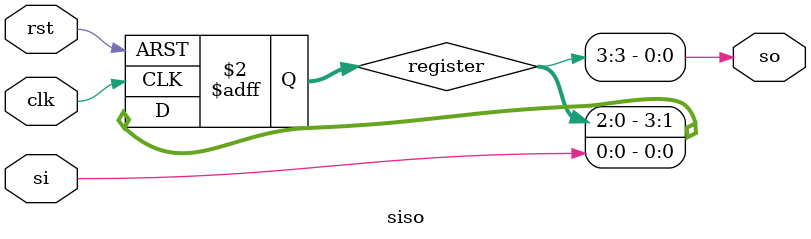
<source format=v>
module siso(input clk,rst,si,output so);
  reg [3:0] register;
  always@(posedge clk or posedge rst) begin
    if(rst)
      register <= 4'b0000;
    else
      register <= {register[2:0],si};
  end
  assign so = register[3];
endmodule
  

</source>
